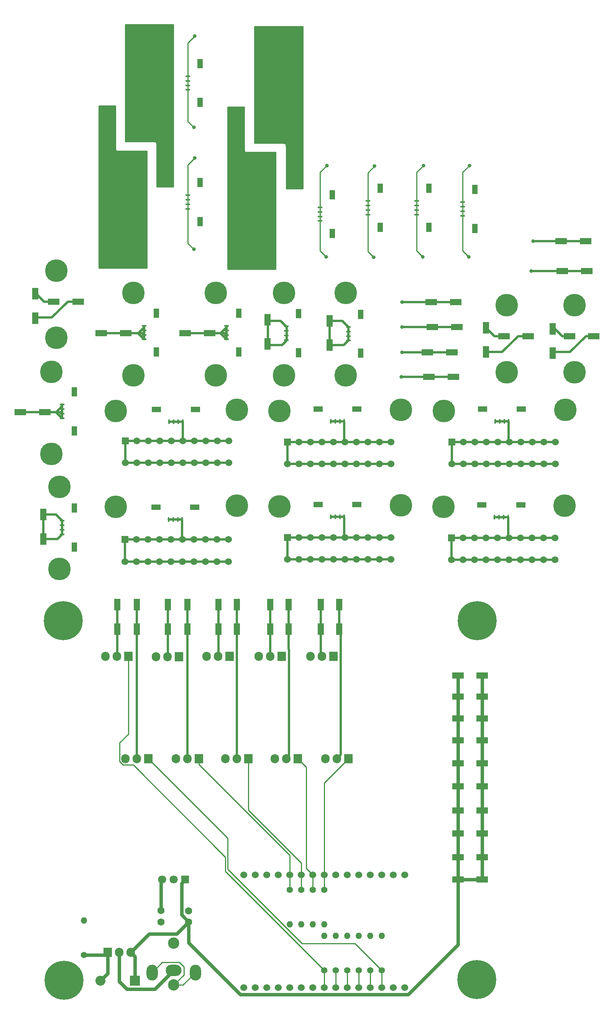
<source format=gbr>
%TF.GenerationSoftware,KiCad,Pcbnew,5.1.7-a382d34a8~88~ubuntu20.04.1*%
%TF.CreationDate,2021-03-09T09:01:26+01:00*%
%TF.ProjectId,narcise,6e617263-6973-4652-9e6b-696361645f70,rev?*%
%TF.SameCoordinates,Original*%
%TF.FileFunction,Copper,L1,Top*%
%TF.FilePolarity,Positive*%
%FSLAX46Y46*%
G04 Gerber Fmt 4.6, Leading zero omitted, Abs format (unit mm)*
G04 Created by KiCad (PCBNEW 5.1.7-a382d34a8~88~ubuntu20.04.1) date 2021-03-09 09:01:26*
%MOMM*%
%LPD*%
G01*
G04 APERTURE LIST*
%TA.AperFunction,ComponentPad*%
%ADD10C,0.800000*%
%TD*%
%TA.AperFunction,ComponentPad*%
%ADD11C,5.000000*%
%TD*%
%TA.AperFunction,ComponentPad*%
%ADD12C,8.600000*%
%TD*%
%TA.AperFunction,ComponentPad*%
%ADD13C,0.900000*%
%TD*%
%TA.AperFunction,SMDPad,CuDef*%
%ADD14R,2.500000X1.400000*%
%TD*%
%TA.AperFunction,SMDPad,CuDef*%
%ADD15R,1.400000X2.500000*%
%TD*%
%TA.AperFunction,SMDPad,CuDef*%
%ADD16R,1.000000X0.400000*%
%TD*%
%TA.AperFunction,SMDPad,CuDef*%
%ADD17R,1.300000X2.000000*%
%TD*%
%TA.AperFunction,ComponentPad*%
%ADD18O,1.400000X1.400000*%
%TD*%
%TA.AperFunction,ComponentPad*%
%ADD19C,1.400000*%
%TD*%
%TA.AperFunction,ComponentPad*%
%ADD20O,1.905000X2.000000*%
%TD*%
%TA.AperFunction,ComponentPad*%
%ADD21R,1.905000X2.000000*%
%TD*%
%TA.AperFunction,SMDPad,CuDef*%
%ADD22R,0.400000X1.000000*%
%TD*%
%TA.AperFunction,SMDPad,CuDef*%
%ADD23R,2.000000X1.300000*%
%TD*%
%TA.AperFunction,ComponentPad*%
%ADD24O,3.500000X2.500000*%
%TD*%
%TA.AperFunction,ComponentPad*%
%ADD25O,2.500000X3.500000*%
%TD*%
%TA.AperFunction,ComponentPad*%
%ADD26C,2.500000*%
%TD*%
%TA.AperFunction,ComponentPad*%
%ADD27C,1.524000*%
%TD*%
%TA.AperFunction,ComponentPad*%
%ADD28R,1.800000X1.800000*%
%TD*%
%TA.AperFunction,ComponentPad*%
%ADD29C,1.800000*%
%TD*%
%TA.AperFunction,ComponentPad*%
%ADD30C,1.600000*%
%TD*%
%TA.AperFunction,ComponentPad*%
%ADD31R,1.524000X1.524000*%
%TD*%
%TA.AperFunction,ComponentPad*%
%ADD32O,2.200000X2.200000*%
%TD*%
%TA.AperFunction,ComponentPad*%
%ADD33R,2.200000X2.200000*%
%TD*%
%TA.AperFunction,ViaPad*%
%ADD34C,0.800000*%
%TD*%
%TA.AperFunction,Conductor*%
%ADD35C,0.750000*%
%TD*%
%TA.AperFunction,Conductor*%
%ADD36C,0.250000*%
%TD*%
%TA.AperFunction,Conductor*%
%ADD37C,0.500000*%
%TD*%
%TA.AperFunction,NonConductor*%
%ADD38C,0.254000*%
%TD*%
%TA.AperFunction,NonConductor*%
%ADD39C,0.100000*%
%TD*%
G04 APERTURE END LIST*
D10*
%TO.P,REF\u002A\u002A,1*%
%TO.N,N/C*%
X153852825Y-245816175D03*
X152527000Y-245267000D03*
X151201175Y-245816175D03*
X150652000Y-247142000D03*
X151201175Y-248467825D03*
X152527000Y-249017000D03*
X153852825Y-248467825D03*
X154402000Y-247142000D03*
D11*
X152527000Y-247142000D03*
%TD*%
%TO.P,REF\u002A\u002A,1*%
%TO.N,N/C*%
X152527000Y-232283000D03*
D10*
X154402000Y-232283000D03*
X153852825Y-233608825D03*
X152527000Y-234158000D03*
X151201175Y-233608825D03*
X150652000Y-232283000D03*
X151201175Y-230957175D03*
X152527000Y-230408000D03*
X153852825Y-230957175D03*
%TD*%
D11*
%TO.P,REF\u002A\u002A,1*%
%TO.N,N/C*%
X38100000Y-239522000D03*
D10*
X39975000Y-239522000D03*
X39425825Y-240847825D03*
X38100000Y-241397000D03*
X36774175Y-240847825D03*
X36225000Y-239522000D03*
X36774175Y-238196175D03*
X38100000Y-237647000D03*
X39425825Y-238196175D03*
%TD*%
%TO.P,REF\u002A\u002A,1*%
%TO.N,N/C*%
X39425825Y-223337175D03*
X38100000Y-222788000D03*
X36774175Y-223337175D03*
X36225000Y-224663000D03*
X36774175Y-225988825D03*
X38100000Y-226538000D03*
X39425825Y-225988825D03*
X39975000Y-224663000D03*
D11*
X38100000Y-224663000D03*
%TD*%
D10*
%TO.P,REF\u002A\u002A,1*%
%TO.N,N/C*%
X138866825Y-245816175D03*
X137541000Y-245267000D03*
X136215175Y-245816175D03*
X135666000Y-247142000D03*
X136215175Y-248467825D03*
X137541000Y-249017000D03*
X138866825Y-248467825D03*
X139416000Y-247142000D03*
D11*
X137541000Y-247142000D03*
%TD*%
%TO.P,REF\u002A\u002A,1*%
%TO.N,N/C*%
X137541000Y-232283000D03*
D10*
X139416000Y-232283000D03*
X138866825Y-233608825D03*
X137541000Y-234158000D03*
X136215175Y-233608825D03*
X135666000Y-232283000D03*
X136215175Y-230957175D03*
X137541000Y-230408000D03*
X138866825Y-230957175D03*
%TD*%
%TO.P,REF\u002A\u002A,1*%
%TO.N,N/C*%
X74604825Y-246451175D03*
X73279000Y-245902000D03*
X71953175Y-246451175D03*
X71404000Y-247777000D03*
X71953175Y-249102825D03*
X73279000Y-249652000D03*
X74604825Y-249102825D03*
X75154000Y-247777000D03*
D11*
X73279000Y-247777000D03*
%TD*%
%TO.P,REF\u002A\u002A,1*%
%TO.N,N/C*%
X73279000Y-229616000D03*
D10*
X75154000Y-229616000D03*
X74604825Y-230941825D03*
X73279000Y-231491000D03*
X71953175Y-230941825D03*
X71404000Y-229616000D03*
X71953175Y-228290175D03*
X73279000Y-227741000D03*
X74604825Y-228290175D03*
%TD*%
D11*
%TO.P,REF\u002A\u002A,1*%
%TO.N,N/C*%
X55118000Y-247777000D03*
D10*
X56993000Y-247777000D03*
X56443825Y-249102825D03*
X55118000Y-249652000D03*
X53792175Y-249102825D03*
X53243000Y-247777000D03*
X53792175Y-246451175D03*
X55118000Y-245902000D03*
X56443825Y-246451175D03*
%TD*%
%TO.P,REF\u002A\u002A,1*%
%TO.N,N/C*%
X56443825Y-228290175D03*
X55118000Y-227741000D03*
X53792175Y-228290175D03*
X53243000Y-229616000D03*
X53792175Y-230941825D03*
X55118000Y-231491000D03*
X56443825Y-230941825D03*
X56993000Y-229616000D03*
D11*
X55118000Y-229616000D03*
%TD*%
%TO.P,REF\u002A\u002A,1*%
%TO.N,N/C*%
X36957000Y-247015000D03*
D10*
X38832000Y-247015000D03*
X38282825Y-248340825D03*
X36957000Y-248890000D03*
X35631175Y-248340825D03*
X35082000Y-247015000D03*
X35631175Y-245689175D03*
X36957000Y-245140000D03*
X38282825Y-245689175D03*
%TD*%
%TO.P,REF\u002A\u002A,1*%
%TO.N,N/C*%
X38282825Y-263850175D03*
X36957000Y-263301000D03*
X35631175Y-263850175D03*
X35082000Y-265176000D03*
X35631175Y-266501825D03*
X36957000Y-267051000D03*
X38282825Y-266501825D03*
X38832000Y-265176000D03*
D11*
X36957000Y-265176000D03*
%TD*%
D10*
%TO.P,REF\u002A\u002A,1*%
%TO.N,N/C*%
X103306825Y-228290175D03*
X101981000Y-227741000D03*
X100655175Y-228290175D03*
X100106000Y-229616000D03*
X100655175Y-230941825D03*
X101981000Y-231491000D03*
X103306825Y-230941825D03*
X103856000Y-229616000D03*
D11*
X101981000Y-229616000D03*
%TD*%
%TO.P,REF\u002A\u002A,1*%
%TO.N,N/C*%
X101981000Y-247777000D03*
D10*
X103856000Y-247777000D03*
X103306825Y-249102825D03*
X101981000Y-249652000D03*
X100655175Y-249102825D03*
X100106000Y-247777000D03*
X100655175Y-246451175D03*
X101981000Y-245902000D03*
X103306825Y-246451175D03*
%TD*%
D11*
%TO.P,REF\u002A\u002A,1*%
%TO.N,N/C*%
X88392000Y-229616000D03*
D10*
X90267000Y-229616000D03*
X89717825Y-230941825D03*
X88392000Y-231491000D03*
X87066175Y-230941825D03*
X86517000Y-229616000D03*
X87066175Y-228290175D03*
X88392000Y-227741000D03*
X89717825Y-228290175D03*
%TD*%
%TO.P,REF\u002A\u002A,1*%
%TO.N,N/C*%
X89717825Y-246451175D03*
X88392000Y-245902000D03*
X87066175Y-246451175D03*
X86517000Y-247777000D03*
X87066175Y-249102825D03*
X88392000Y-249652000D03*
X89717825Y-249102825D03*
X90267000Y-247777000D03*
D11*
X88392000Y-247777000D03*
%TD*%
%TO.P,REF\u002A\u002A,1*%
%TO.N,N/C*%
X38735000Y-290576000D03*
D10*
X40610000Y-290576000D03*
X40060825Y-291901825D03*
X38735000Y-292451000D03*
X37409175Y-291901825D03*
X36860000Y-290576000D03*
X37409175Y-289250175D03*
X38735000Y-288701000D03*
X40060825Y-289250175D03*
%TD*%
%TO.P,REF\u002A\u002A,1*%
%TO.N,N/C*%
X40060825Y-271089175D03*
X38735000Y-270540000D03*
X37409175Y-271089175D03*
X36860000Y-272415000D03*
X37409175Y-273740825D03*
X38735000Y-274290000D03*
X40060825Y-273740825D03*
X40610000Y-272415000D03*
D11*
X38735000Y-272415000D03*
%TD*%
%TO.P,REF\u002A\u002A,1*%
%TO.N,N/C*%
X150368000Y-276606000D03*
D10*
X152243000Y-276606000D03*
X151693825Y-277931825D03*
X150368000Y-278481000D03*
X149042175Y-277931825D03*
X148493000Y-276606000D03*
X149042175Y-275280175D03*
X150368000Y-274731000D03*
X151693825Y-275280175D03*
%TD*%
%TO.P,REF\u002A\u002A,1*%
%TO.N,N/C*%
X124896825Y-275534175D03*
X123571000Y-274985000D03*
X122245175Y-275534175D03*
X121696000Y-276860000D03*
X122245175Y-278185825D03*
X123571000Y-278735000D03*
X124896825Y-278185825D03*
X125446000Y-276860000D03*
D11*
X123571000Y-276860000D03*
%TD*%
%TO.P,REF\u002A\u002A,1*%
%TO.N,N/C*%
X123698000Y-255651000D03*
D10*
X125573000Y-255651000D03*
X125023825Y-256976825D03*
X123698000Y-257526000D03*
X122372175Y-256976825D03*
X121823000Y-255651000D03*
X122372175Y-254325175D03*
X123698000Y-253776000D03*
X125023825Y-254325175D03*
%TD*%
%TO.P,REF\u002A\u002A,1*%
%TO.N,N/C*%
X151820825Y-254071175D03*
X150495000Y-253522000D03*
X149169175Y-254071175D03*
X148620000Y-255397000D03*
X149169175Y-256722825D03*
X150495000Y-257272000D03*
X151820825Y-256722825D03*
X152370000Y-255397000D03*
D11*
X150495000Y-255397000D03*
%TD*%
D10*
%TO.P,REF\u002A\u002A,1*%
%TO.N,N/C*%
X88701825Y-275407175D03*
X87376000Y-274858000D03*
X86050175Y-275407175D03*
X85501000Y-276733000D03*
X86050175Y-278058825D03*
X87376000Y-278608000D03*
X88701825Y-278058825D03*
X89251000Y-276733000D03*
D11*
X87376000Y-276733000D03*
%TD*%
%TO.P,REF\u002A\u002A,1*%
%TO.N,N/C*%
X114173000Y-276479000D03*
D10*
X116048000Y-276479000D03*
X115498825Y-277804825D03*
X114173000Y-278354000D03*
X112847175Y-277804825D03*
X112298000Y-276479000D03*
X112847175Y-275153175D03*
X114173000Y-274604000D03*
X115498825Y-275153175D03*
%TD*%
%TO.P,REF\u002A\u002A,1*%
%TO.N,N/C*%
X115498825Y-254071175D03*
X114173000Y-253522000D03*
X112847175Y-254071175D03*
X112298000Y-255397000D03*
X112847175Y-256722825D03*
X114173000Y-257272000D03*
X115498825Y-256722825D03*
X116048000Y-255397000D03*
D11*
X114173000Y-255397000D03*
%TD*%
%TO.P,REF\u002A\u002A,1*%
%TO.N,N/C*%
X87376000Y-255651000D03*
D10*
X89251000Y-255651000D03*
X88701825Y-256976825D03*
X87376000Y-257526000D03*
X86050175Y-256976825D03*
X85501000Y-255651000D03*
X86050175Y-254325175D03*
X87376000Y-253776000D03*
X88701825Y-254325175D03*
%TD*%
D11*
%TO.P,REF\u002A\u002A,1*%
%TO.N,N/C*%
X77978000Y-255397000D03*
D10*
X79853000Y-255397000D03*
X79303825Y-256722825D03*
X77978000Y-257272000D03*
X76652175Y-256722825D03*
X76103000Y-255397000D03*
X76652175Y-254071175D03*
X77978000Y-253522000D03*
X79303825Y-254071175D03*
%TD*%
%TO.P,REF\u002A\u002A,1*%
%TO.N,N/C*%
X52506825Y-254325175D03*
X51181000Y-253776000D03*
X49855175Y-254325175D03*
X49306000Y-255651000D03*
X49855175Y-256976825D03*
X51181000Y-257526000D03*
X52506825Y-256976825D03*
X53056000Y-255651000D03*
D11*
X51181000Y-255651000D03*
%TD*%
%TO.P,REF\u002A\u002A,1*%
%TO.N,N/C*%
X51181000Y-276860000D03*
D10*
X53056000Y-276860000D03*
X52506825Y-278185825D03*
X51181000Y-278735000D03*
X49855175Y-278185825D03*
X49306000Y-276860000D03*
X49855175Y-275534175D03*
X51181000Y-274985000D03*
X52506825Y-275534175D03*
%TD*%
%TO.P,REF\u002A\u002A,1*%
%TO.N,N/C*%
X79303825Y-275280175D03*
X77978000Y-274731000D03*
X76652175Y-275280175D03*
X76103000Y-276606000D03*
X76652175Y-277931825D03*
X77978000Y-278481000D03*
X79303825Y-277931825D03*
X79853000Y-276606000D03*
D11*
X77978000Y-276606000D03*
%TD*%
D12*
%TO.P,REF\u002A\u002A,1*%
%TO.N,N/C*%
X39624000Y-302006000D03*
D13*
X42849000Y-302006000D03*
X41904419Y-304286419D03*
X39624000Y-305231000D03*
X37343581Y-304286419D03*
X36399000Y-302006000D03*
X37343581Y-299725581D03*
X39624000Y-298781000D03*
X41904419Y-299725581D03*
%TD*%
D12*
%TO.P,REF\u002A\u002A,1*%
%TO.N,N/C*%
X131064000Y-302006000D03*
D13*
X134289000Y-302006000D03*
X133344419Y-304286419D03*
X131064000Y-305231000D03*
X128783581Y-304286419D03*
X127839000Y-302006000D03*
X128783581Y-299725581D03*
X131064000Y-298781000D03*
X133344419Y-299725581D03*
%TD*%
D12*
%TO.P,REF\u002A\u002A,1*%
%TO.N,N/C*%
X130937000Y-381254000D03*
D13*
X134162000Y-381254000D03*
X133217419Y-383534419D03*
X130937000Y-384479000D03*
X128656581Y-383534419D03*
X127712000Y-381254000D03*
X128656581Y-378973581D03*
X130937000Y-378029000D03*
X133217419Y-378973581D03*
%TD*%
%TO.P,REF\u002A\u002A,1*%
%TO.N,N/C*%
X42031419Y-379100581D03*
X39751000Y-378156000D03*
X37470581Y-379100581D03*
X36526000Y-381381000D03*
X37470581Y-383661419D03*
X39751000Y-384606000D03*
X42031419Y-383661419D03*
X42976000Y-381381000D03*
D12*
X39751000Y-381381000D03*
%TD*%
D14*
%TO.P,X19,L1.2*%
%TO.N,+24V*%
X126788000Y-314071000D03*
%TO.P,X19,L1.1*%
X132188000Y-314071000D03*
%TD*%
%TO.P,X38,L1.2*%
%TO.N,Net-(U14-Pad1)*%
X53425000Y-238506000D03*
%TO.P,X38,L1.1*%
X48025000Y-238506000D03*
%TD*%
%TO.P,X37,L1.2*%
%TO.N,Net-(U13-Pad1)*%
X35518000Y-255905000D03*
%TO.P,X37,L1.1*%
X30118000Y-255905000D03*
%TD*%
D15*
%TO.P,X36,L1.2*%
%TO.N,Net-(U12-Pad1)*%
X98425000Y-235754000D03*
%TO.P,X36,L1.1*%
X98425000Y-241154000D03*
%TD*%
D14*
%TO.P,X35,L1.2*%
%TO.N,Net-(X35-PadL1.1)*%
X125434000Y-242697000D03*
%TO.P,X35,L1.1*%
X120034000Y-242697000D03*
%TD*%
%TO.P,X34,L1.2*%
%TO.N,Net-(X34-PadL1.1)*%
X155025000Y-218186000D03*
%TO.P,X34,L1.1*%
X149625000Y-218186000D03*
%TD*%
%TO.P,X33,L1.2*%
%TO.N,Net-(X33-PadL1.1)*%
X125815000Y-248158000D03*
%TO.P,X33,L1.1*%
X120415000Y-248158000D03*
%TD*%
%TO.P,X32,L1.2*%
%TO.N,Net-(U9-Pad1)*%
X71967000Y-238506000D03*
%TO.P,X32,L1.1*%
X66567000Y-238506000D03*
%TD*%
D15*
%TO.P,X31,L1.2*%
%TO.N,Net-(U8-Pad1)*%
X84709000Y-235500000D03*
%TO.P,X31,L1.1*%
X84709000Y-240900000D03*
%TD*%
%TO.P,X30,L1.2*%
%TO.N,Net-(U6-Pad1)*%
X35179000Y-278553000D03*
%TO.P,X30,L1.1*%
X35179000Y-283953000D03*
%TD*%
D14*
%TO.P,X29,L1.2*%
%TO.N,Net-(X29-PadL1.1)*%
X126323000Y-231648000D03*
%TO.P,X29,L1.1*%
X120923000Y-231648000D03*
%TD*%
%TO.P,X28,L1.2*%
%TO.N,Net-(X28-PadL1.1)*%
X155279000Y-224790000D03*
%TO.P,X28,L1.1*%
X149879000Y-224790000D03*
%TD*%
%TO.P,X27,L1.2*%
%TO.N,Net-(X27-PadL1.1)*%
X126577000Y-237109000D03*
%TO.P,X27,L1.1*%
X121177000Y-237109000D03*
%TD*%
D15*
%TO.P,X26,L1.2*%
%TO.N,Net-(X25-PadL1.2)*%
X33401000Y-229785000D03*
%TO.P,X26,L1.1*%
%TO.N,Net-(X25-PadL1.1)*%
X33401000Y-235185000D03*
%TD*%
D14*
%TO.P,X25,L1.2*%
%TO.N,Net-(X25-PadL1.2)*%
X37507000Y-231521000D03*
%TO.P,X25,L1.1*%
%TO.N,Net-(X25-PadL1.1)*%
X42907000Y-231521000D03*
%TD*%
%TO.P,X24,L1.2*%
%TO.N,Net-(X23-PadL1.2)*%
X151426000Y-239141000D03*
%TO.P,X24,L1.1*%
%TO.N,Net-(X23-PadL1.1)*%
X156826000Y-239141000D03*
%TD*%
D15*
%TO.P,X23,L1.2*%
%TO.N,Net-(X23-PadL1.2)*%
X147701000Y-237532000D03*
%TO.P,X23,L1.1*%
%TO.N,Net-(X23-PadL1.1)*%
X147701000Y-242932000D03*
%TD*%
%TO.P,X22,L1.2*%
%TO.N,Net-(X21-PadL1.2)*%
X132969000Y-237278000D03*
%TO.P,X22,L1.1*%
%TO.N,Net-(X21-PadL1.1)*%
X132969000Y-242678000D03*
%TD*%
D14*
%TO.P,X21,L1.2*%
%TO.N,Net-(X21-PadL1.2)*%
X136948000Y-239141000D03*
%TO.P,X21,L1.1*%
%TO.N,Net-(X21-PadL1.1)*%
X142348000Y-239141000D03*
%TD*%
D15*
%TO.P,X20,L1.2*%
%TO.N,Net-(Q11-Pad2)*%
X100584000Y-303869000D03*
%TO.P,X20,L1.1*%
X100584000Y-298469000D03*
%TD*%
%TO.P,X18,L1.2*%
%TO.N,Net-(Q10-Pad2)*%
X89408000Y-303869000D03*
%TO.P,X18,L1.1*%
X89408000Y-298469000D03*
%TD*%
%TO.P,X17,L1.2*%
%TO.N,Net-(Q9-Pad2)*%
X77978000Y-303869000D03*
%TO.P,X17,L1.1*%
X77978000Y-298469000D03*
%TD*%
%TO.P,X16,L1.2*%
%TO.N,Net-(Q8-Pad2)*%
X67056000Y-303869000D03*
%TO.P,X16,L1.1*%
X67056000Y-298469000D03*
%TD*%
D14*
%TO.P,X15,L1.2*%
%TO.N,+24V*%
X126788000Y-318770000D03*
%TO.P,X15,L1.1*%
X132188000Y-318770000D03*
%TD*%
%TO.P,X14,L1.2*%
%TO.N,+24V*%
X126788000Y-323596000D03*
%TO.P,X14,L1.1*%
X132188000Y-323596000D03*
%TD*%
%TO.P,X13,L1.2*%
%TO.N,+24V*%
X126788000Y-328422000D03*
%TO.P,X13,L1.1*%
X132188000Y-328422000D03*
%TD*%
D15*
%TO.P,X12,L1.2*%
%TO.N,Net-(Q7-Pad2)*%
X55880000Y-303869000D03*
%TO.P,X12,L1.1*%
X55880000Y-298469000D03*
%TD*%
%TO.P,X11,L1.2*%
%TO.N,Net-(Q5-Pad2)*%
X96520000Y-303869000D03*
%TO.P,X11,L1.1*%
X96520000Y-298469000D03*
%TD*%
%TO.P,X10,L1.2*%
%TO.N,Net-(Q4-Pad2)*%
X85344000Y-303869000D03*
%TO.P,X10,L1.1*%
X85344000Y-298469000D03*
%TD*%
D14*
%TO.P,X9,L1.2*%
%TO.N,+24V*%
X126788000Y-359156000D03*
%TO.P,X9,L1.1*%
X132188000Y-359156000D03*
%TD*%
%TO.P,X8,L1.2*%
%TO.N,+24V*%
X126788000Y-333502000D03*
%TO.P,X8,L1.1*%
X132188000Y-333502000D03*
%TD*%
%TO.P,X7,L1.2*%
%TO.N,+24V*%
X126788000Y-338582000D03*
%TO.P,X7,L1.1*%
X132188000Y-338582000D03*
%TD*%
D15*
%TO.P,X6,L1.2*%
%TO.N,Net-(Q1-Pad2)*%
X51562000Y-303869000D03*
%TO.P,X6,L1.1*%
X51562000Y-298469000D03*
%TD*%
%TO.P,X5,L1.2*%
%TO.N,Net-(Q3-Pad2)*%
X73914000Y-303869000D03*
%TO.P,X5,L1.1*%
X73914000Y-298469000D03*
%TD*%
%TO.P,X4,L1.2*%
%TO.N,Net-(Q2-Pad2)*%
X62738000Y-303869000D03*
%TO.P,X4,L1.1*%
X62738000Y-298469000D03*
%TD*%
D14*
%TO.P,X3,L1.2*%
%TO.N,+24V*%
X126788000Y-354203000D03*
%TO.P,X3,L1.1*%
X132188000Y-354203000D03*
%TD*%
%TO.P,X2,L1.2*%
%TO.N,+24V*%
X126788000Y-343916000D03*
%TO.P,X2,L1.1*%
X132188000Y-343916000D03*
%TD*%
%TO.P,X1,L1.2*%
%TO.N,+24V*%
X126788000Y-348996000D03*
%TO.P,X1,L1.1*%
X132188000Y-348996000D03*
%TD*%
D16*
%TO.P,U14,4*%
%TO.N,Net-(U14-Pad1)*%
X57510000Y-236879000D03*
%TO.P,U14,3*%
X57510000Y-237879000D03*
%TO.P,U14,2*%
X57510000Y-238879000D03*
%TO.P,U14,1*%
X57510000Y-239879000D03*
D17*
%TO.P,U14,MP*%
%TO.N,N/C*%
X60210000Y-234079000D03*
X60210000Y-242679000D03*
%TD*%
D16*
%TO.P,U13,4*%
%TO.N,Net-(U13-Pad1)*%
X39349000Y-254278000D03*
%TO.P,U13,3*%
X39349000Y-255278000D03*
%TO.P,U13,2*%
X39349000Y-256278000D03*
%TO.P,U13,1*%
X39349000Y-257278000D03*
D17*
%TO.P,U13,MP*%
%TO.N,N/C*%
X42049000Y-251478000D03*
X42049000Y-260078000D03*
%TD*%
D16*
%TO.P,U12,4*%
%TO.N,Net-(U12-Pad1)*%
X102595000Y-237133000D03*
%TO.P,U12,3*%
X102595000Y-238133000D03*
%TO.P,U12,2*%
X102595000Y-239133000D03*
%TO.P,U12,1*%
X102595000Y-240133000D03*
D17*
%TO.P,U12,MP*%
%TO.N,N/C*%
X105295000Y-234333000D03*
X105295000Y-242933000D03*
%TD*%
D16*
%TO.P,U9,4*%
%TO.N,Net-(U9-Pad1)*%
X75671000Y-236879000D03*
%TO.P,U9,3*%
X75671000Y-237879000D03*
%TO.P,U9,2*%
X75671000Y-238879000D03*
%TO.P,U9,1*%
X75671000Y-239879000D03*
D17*
%TO.P,U9,MP*%
%TO.N,N/C*%
X78371000Y-234079000D03*
X78371000Y-242679000D03*
%TD*%
D16*
%TO.P,U8,4*%
%TO.N,Net-(U8-Pad1)*%
X88879000Y-237006000D03*
%TO.P,U8,3*%
X88879000Y-238006000D03*
%TO.P,U8,2*%
X88879000Y-239006000D03*
%TO.P,U8,1*%
X88879000Y-240006000D03*
D17*
%TO.P,U8,MP*%
%TO.N,N/C*%
X91579000Y-234206000D03*
X91579000Y-242806000D03*
%TD*%
D16*
%TO.P,U6,4*%
%TO.N,Net-(U6-Pad1)*%
X39349000Y-279932000D03*
%TO.P,U6,3*%
X39349000Y-280932000D03*
%TO.P,U6,2*%
X39349000Y-281932000D03*
%TO.P,U6,1*%
X39349000Y-282932000D03*
D17*
%TO.P,U6,MP*%
%TO.N,N/C*%
X42049000Y-277132000D03*
X42049000Y-285732000D03*
%TD*%
D16*
%TO.P,U5,4*%
%TO.N,Net-(U5-Pad1)*%
X96372000Y-210717000D03*
%TO.P,U5,3*%
X96372000Y-211717000D03*
%TO.P,U5,2*%
X96372000Y-212717000D03*
%TO.P,U5,1*%
X96372000Y-213717000D03*
D17*
%TO.P,U5,MP*%
%TO.N,N/C*%
X99072000Y-207917000D03*
X99072000Y-216517000D03*
%TD*%
D16*
%TO.P,U4,4*%
%TO.N,Net-(U4-Pad1)*%
X106913000Y-209320000D03*
%TO.P,U4,3*%
X106913000Y-210320000D03*
%TO.P,U4,2*%
X106913000Y-211320000D03*
%TO.P,U4,1*%
X106913000Y-212320000D03*
D17*
%TO.P,U4,MP*%
%TO.N,N/C*%
X109613000Y-206520000D03*
X109613000Y-215120000D03*
%TD*%
D16*
%TO.P,U3,4*%
%TO.N,Net-(U3-Pad1)*%
X127868000Y-209574000D03*
%TO.P,U3,3*%
X127868000Y-210574000D03*
%TO.P,U3,2*%
X127868000Y-211574000D03*
%TO.P,U3,1*%
X127868000Y-212574000D03*
D17*
%TO.P,U3,MP*%
%TO.N,N/C*%
X130568000Y-206774000D03*
X130568000Y-215374000D03*
%TD*%
D16*
%TO.P,U2,4*%
%TO.N,Net-(U2-Pad1)*%
X67162000Y-208050000D03*
%TO.P,U2,3*%
X67162000Y-209050000D03*
%TO.P,U2,2*%
X67162000Y-210050000D03*
%TO.P,U2,1*%
X67162000Y-211050000D03*
D17*
%TO.P,U2,MP*%
%TO.N,N/C*%
X69862000Y-205250000D03*
X69862000Y-213850000D03*
%TD*%
D18*
%TO.P,R11,2*%
%TO.N,POWER-IN-*%
X97282000Y-369062000D03*
D19*
%TO.P,R11,1*%
%TO.N,sheet10*%
X97282000Y-361442000D03*
%TD*%
D18*
%TO.P,R10,2*%
%TO.N,POWER-IN-*%
X94742000Y-369062000D03*
D19*
%TO.P,R10,1*%
%TO.N,sheet9*%
X94742000Y-361442000D03*
%TD*%
D18*
%TO.P,R9,2*%
%TO.N,POWER-IN-*%
X92202000Y-369062000D03*
D19*
%TO.P,R9,1*%
%TO.N,sheet8*%
X92202000Y-361442000D03*
%TD*%
D18*
%TO.P,R8,2*%
%TO.N,POWER-IN-*%
X89662000Y-369062000D03*
D19*
%TO.P,R8,1*%
%TO.N,sheet7*%
X89662000Y-361442000D03*
%TD*%
D18*
%TO.P,R7,2*%
%TO.N,POWER-IN-*%
X109982000Y-371602000D03*
D19*
%TO.P,R7,1*%
%TO.N,sheet6*%
X109982000Y-379222000D03*
%TD*%
D18*
%TO.P,R5,2*%
%TO.N,POWER-IN-*%
X107442000Y-371602000D03*
D19*
%TO.P,R5,1*%
%TO.N,sheet5*%
X107442000Y-379222000D03*
%TD*%
D18*
%TO.P,R4,2*%
%TO.N,POWER-IN-*%
X104902000Y-371602000D03*
D19*
%TO.P,R4,1*%
%TO.N,sheet4*%
X104902000Y-379222000D03*
%TD*%
D18*
%TO.P,R3,2*%
%TO.N,POWER-IN-*%
X102362000Y-371602000D03*
D19*
%TO.P,R3,1*%
%TO.N,sheet3*%
X102362000Y-379222000D03*
%TD*%
D18*
%TO.P,R2,2*%
%TO.N,POWER-IN-*%
X99822000Y-371602000D03*
D19*
%TO.P,R2,1*%
%TO.N,sheet2*%
X99822000Y-379222000D03*
%TD*%
D20*
%TO.P,Q11,3*%
%TO.N,POWER-IN-*%
X97536000Y-332486000D03*
%TO.P,Q11,2*%
%TO.N,Net-(Q11-Pad2)*%
X100076000Y-332486000D03*
D21*
%TO.P,Q11,1*%
%TO.N,sheet10*%
X102616000Y-332486000D03*
%TD*%
D20*
%TO.P,Q10,3*%
%TO.N,POWER-IN-*%
X86360000Y-332486000D03*
%TO.P,Q10,2*%
%TO.N,Net-(Q10-Pad2)*%
X88900000Y-332486000D03*
D21*
%TO.P,Q10,1*%
%TO.N,sheet9*%
X91440000Y-332486000D03*
%TD*%
D20*
%TO.P,Q9,3*%
%TO.N,POWER-IN-*%
X75438000Y-332486000D03*
%TO.P,Q9,2*%
%TO.N,Net-(Q9-Pad2)*%
X77978000Y-332486000D03*
D21*
%TO.P,Q9,1*%
%TO.N,sheet8*%
X80518000Y-332486000D03*
%TD*%
D20*
%TO.P,Q8,3*%
%TO.N,POWER-IN-*%
X64516000Y-332486000D03*
%TO.P,Q8,2*%
%TO.N,Net-(Q8-Pad2)*%
X67056000Y-332486000D03*
D21*
%TO.P,Q8,1*%
%TO.N,sheet7*%
X69596000Y-332486000D03*
%TD*%
D20*
%TO.P,Q7,3*%
%TO.N,POWER-IN-*%
X53340000Y-332486000D03*
%TO.P,Q7,2*%
%TO.N,Net-(Q7-Pad2)*%
X55880000Y-332486000D03*
D21*
%TO.P,Q7,1*%
%TO.N,sheet6*%
X58420000Y-332486000D03*
%TD*%
D20*
%TO.P,Q5,3*%
%TO.N,POWER-IN-*%
X94234000Y-309880000D03*
%TO.P,Q5,2*%
%TO.N,Net-(Q5-Pad2)*%
X96774000Y-309880000D03*
D21*
%TO.P,Q5,1*%
%TO.N,sheet5*%
X99314000Y-309880000D03*
%TD*%
D20*
%TO.P,Q4,3*%
%TO.N,POWER-IN-*%
X82804000Y-309880000D03*
%TO.P,Q4,2*%
%TO.N,Net-(Q4-Pad2)*%
X85344000Y-309880000D03*
D21*
%TO.P,Q4,1*%
%TO.N,sheet4*%
X87884000Y-309880000D03*
%TD*%
D20*
%TO.P,Q3,3*%
%TO.N,POWER-IN-*%
X71263000Y-309881000D03*
%TO.P,Q3,2*%
%TO.N,Net-(Q3-Pad2)*%
X73803000Y-309881000D03*
D21*
%TO.P,Q3,1*%
%TO.N,sheet3*%
X76343000Y-309881000D03*
%TD*%
D20*
%TO.P,Q2,3*%
%TO.N,POWER-IN-*%
X60124000Y-309939000D03*
%TO.P,Q2,2*%
%TO.N,Net-(Q2-Pad2)*%
X62664000Y-309939000D03*
D21*
%TO.P,Q2,1*%
%TO.N,sheet2*%
X65204000Y-309939000D03*
%TD*%
D22*
%TO.P,U35,4*%
%TO.N,Net-(J6-Pad1)*%
X98703000Y-279040000D03*
%TO.P,U35,3*%
X99703000Y-279040000D03*
%TO.P,U35,2*%
X100703000Y-279040000D03*
%TO.P,U35,1*%
X101703000Y-279040000D03*
D23*
%TO.P,U35,MP*%
%TO.N,N/C*%
X95903000Y-276340000D03*
X104503000Y-276340000D03*
%TD*%
D22*
%TO.P,U30,4*%
%TO.N,Net-(J8-Pad1)*%
X63016000Y-258085000D03*
%TO.P,U30,3*%
X64016000Y-258085000D03*
%TO.P,U30,2*%
X65016000Y-258085000D03*
%TO.P,U30,1*%
X66016000Y-258085000D03*
D23*
%TO.P,U30,MP*%
%TO.N,N/C*%
X60216000Y-255385000D03*
X68816000Y-255385000D03*
%TD*%
D22*
%TO.P,U29,4*%
%TO.N,Net-(J7-Pad1)*%
X98703000Y-257958000D03*
%TO.P,U29,3*%
X99703000Y-257958000D03*
%TO.P,U29,2*%
X100703000Y-257958000D03*
%TO.P,U29,1*%
X101703000Y-257958000D03*
D23*
%TO.P,U29,MP*%
%TO.N,N/C*%
X95903000Y-255258000D03*
X104503000Y-255258000D03*
%TD*%
D22*
%TO.P,U26,4*%
%TO.N,Net-(J3-Pad1)*%
X135025000Y-257958000D03*
%TO.P,U26,3*%
X136025000Y-257958000D03*
%TO.P,U26,2*%
X137025000Y-257958000D03*
%TO.P,U26,1*%
X138025000Y-257958000D03*
D23*
%TO.P,U26,MP*%
%TO.N,N/C*%
X132225000Y-255258000D03*
X140825000Y-255258000D03*
%TD*%
D22*
%TO.P,U25,4*%
%TO.N,Net-(J1-Pad1)*%
X62889000Y-279675000D03*
%TO.P,U25,3*%
X63889000Y-279675000D03*
%TO.P,U25,2*%
X64889000Y-279675000D03*
%TO.P,U25,1*%
X65889000Y-279675000D03*
D23*
%TO.P,U25,MP*%
%TO.N,N/C*%
X60089000Y-276975000D03*
X68689000Y-276975000D03*
%TD*%
D22*
%TO.P,U24,4*%
%TO.N,Net-(J2-Pad1)*%
X134898000Y-279167000D03*
%TO.P,U24,3*%
X135898000Y-279167000D03*
%TO.P,U24,2*%
X136898000Y-279167000D03*
%TO.P,U24,1*%
X137898000Y-279167000D03*
D23*
%TO.P,U24,MP*%
%TO.N,N/C*%
X132098000Y-276467000D03*
X140698000Y-276467000D03*
%TD*%
D24*
%TO.P,U21,1*%
%TO.N,POWER-IN+*%
X64008000Y-379222000D03*
D25*
%TO.P,U21,0*%
%TO.N,Net-(U21-Pad0)*%
X59208000Y-379722000D03*
X68808000Y-379722000D03*
D26*
%TO.P,U21,2*%
%TO.N,POWER-IN-*%
X64008000Y-373222000D03*
%TO.P,U21,0*%
%TO.N,Net-(U21-Pad0)*%
X64008000Y-382472000D03*
%TD*%
D27*
%TO.P,U11,30*%
%TO.N,Net-(U11-Pad30)*%
X79502000Y-358140000D03*
%TO.P,U11,29*%
%TO.N,Net-(U11-Pad29)*%
X82042000Y-358140000D03*
%TO.P,U11,28*%
%TO.N,Net-(U11-Pad28)*%
X84582000Y-358140000D03*
%TO.P,U11,27*%
%TO.N,Net-(U11-Pad27)*%
X87122000Y-358140000D03*
%TO.P,U11,26*%
%TO.N,sheet7*%
X89662000Y-358140000D03*
%TO.P,U11,25*%
%TO.N,sheet8*%
X92202000Y-358140000D03*
%TO.P,U11,24*%
%TO.N,sheet9*%
X94742000Y-358140000D03*
%TO.P,U11,23*%
%TO.N,sheet10*%
X97282000Y-358140000D03*
%TO.P,U11,22*%
%TO.N,Net-(U11-Pad22)*%
X99822000Y-358140000D03*
%TO.P,U11,21*%
%TO.N,Net-(U11-Pad21)*%
X102362000Y-358140000D03*
%TO.P,U11,20*%
%TO.N,Net-(U11-Pad20)*%
X104902000Y-358140000D03*
%TO.P,U11,19*%
%TO.N,Net-(U11-Pad19)*%
X107442000Y-358140000D03*
%TO.P,U11,18*%
%TO.N,Net-(U11-Pad18)*%
X109982000Y-358140000D03*
%TO.P,U11,17*%
%TO.N,POWER-IN-*%
X112522000Y-358140000D03*
%TO.P,U11,16*%
%TO.N,Net-(U11-Pad16)*%
X115062000Y-358140000D03*
%TO.P,U11,15*%
%TO.N,+5V*%
X115062000Y-383032000D03*
%TO.P,U11,14*%
%TO.N,POWER-IN-*%
X112522000Y-383032000D03*
X112522000Y-383032000D03*
%TO.P,U11,13*%
%TO.N,sheet6*%
X109982000Y-383032000D03*
%TO.P,U11,12*%
%TO.N,sheet5*%
X107442000Y-383032000D03*
%TO.P,U11,11*%
%TO.N,sheet4*%
X104902000Y-383032000D03*
%TO.P,U11,10*%
%TO.N,sheet3*%
X102362000Y-383032000D03*
%TO.P,U11,9*%
%TO.N,sheet2*%
X99822000Y-383032000D03*
%TO.P,U11,8*%
%TO.N,sheet1*%
X97282000Y-383032000D03*
%TO.P,U11,7*%
%TO.N,Net-(U11-Pad7)*%
X94742000Y-383032000D03*
%TO.P,U11,6*%
%TO.N,Net-(U11-Pad6)*%
X92202000Y-383032000D03*
%TO.P,U11,5*%
%TO.N,Net-(U11-Pad5)*%
X89662000Y-383032000D03*
%TO.P,U11,4*%
%TO.N,Net-(U11-Pad4)*%
X87122000Y-383032000D03*
%TO.P,U11,3*%
%TO.N,Net-(U11-Pad3)*%
X84582000Y-383032000D03*
%TO.P,U11,2*%
%TO.N,Net-(U11-Pad2)*%
X82042000Y-383032000D03*
%TO.P,U11,1*%
%TO.N,Net-(U11-Pad1)*%
X79502000Y-383032000D03*
%TD*%
D28*
%TO.P,U10,1*%
%TO.N,+24V*%
X66548000Y-359156000D03*
D29*
%TO.P,U10,2*%
%TO.N,POWER-IN-*%
X64008000Y-359156000D03*
%TO.P,U10,3*%
%TO.N,+5V*%
X61468000Y-359156000D03*
%TD*%
D16*
%TO.P,U7,4*%
%TO.N,Net-(U7-Pad1)*%
X67162000Y-181761000D03*
%TO.P,U7,3*%
X67162000Y-182761000D03*
%TO.P,U7,2*%
X67162000Y-183761000D03*
%TO.P,U7,1*%
X67162000Y-184761000D03*
D17*
%TO.P,U7,MP*%
%TO.N,N/C*%
X69862000Y-178961000D03*
X69862000Y-187561000D03*
%TD*%
D16*
%TO.P,U1,4*%
%TO.N,Net-(U1-Pad1)*%
X117708000Y-209320000D03*
%TO.P,U1,3*%
X117708000Y-210320000D03*
%TO.P,U1,2*%
X117708000Y-211320000D03*
%TO.P,U1,1*%
X117708000Y-212320000D03*
D17*
%TO.P,U1,MP*%
%TO.N,N/C*%
X120408000Y-206520000D03*
X120408000Y-215120000D03*
%TD*%
D18*
%TO.P,R6,2*%
%TO.N,POWER-IN-*%
X44196000Y-368173000D03*
D19*
%TO.P,R6,1*%
%TO.N,Net-(D1-Pad2)*%
X44196000Y-375793000D03*
%TD*%
D18*
%TO.P,R1,2*%
%TO.N,POWER-IN-*%
X97282000Y-371602000D03*
D19*
%TO.P,R1,1*%
%TO.N,sheet1*%
X97282000Y-379222000D03*
%TD*%
D20*
%TO.P,Q6,3*%
%TO.N,+24V*%
X54484000Y-375259000D03*
%TO.P,Q6,2*%
%TO.N,POWER-IN+*%
X51944000Y-375259000D03*
D21*
%TO.P,Q6,1*%
%TO.N,Net-(D1-Pad2)*%
X49404000Y-375259000D03*
%TD*%
D20*
%TO.P,Q1,3*%
%TO.N,POWER-IN-*%
X48881000Y-309835000D03*
%TO.P,Q1,2*%
%TO.N,Net-(Q1-Pad2)*%
X51421000Y-309835000D03*
D21*
%TO.P,Q1,1*%
%TO.N,sheet1*%
X53961000Y-309835000D03*
%TD*%
D30*
%TO.P,Murata-Ceramic-Capacitor-50v1-22uF2,2*%
%TO.N,POWER-IN-*%
X61214000Y-368514000D03*
%TO.P,Murata-Ceramic-Capacitor-50v1-22uF2,1*%
%TO.N,+5V*%
X61214000Y-366014000D03*
%TD*%
%TO.P,Murata-Ceramic-Capacitor-50v1-22uF1,2*%
%TO.N,POWER-IN-*%
X67310000Y-366054000D03*
%TO.P,Murata-Ceramic-Capacitor-50v1-22uF1,1*%
%TO.N,+24V*%
X67310000Y-368554000D03*
%TD*%
D27*
%TO.P,J8,20*%
%TO.N,Net-(J8-Pad1)*%
X76200000Y-267106400D03*
%TO.P,J8,19*%
X76200000Y-262255000D03*
%TO.P,J8,18*%
X73660000Y-267106400D03*
%TO.P,J8,17*%
X73660000Y-262255000D03*
%TO.P,J8,16*%
X71120000Y-267106400D03*
%TO.P,J8,15*%
X71120000Y-262255000D03*
%TO.P,J8,14*%
X68580000Y-267106400D03*
%TO.P,J8,13*%
X68580000Y-262255000D03*
%TO.P,J8,12*%
X66040000Y-267106400D03*
%TO.P,J8,11*%
X66040000Y-262255000D03*
%TO.P,J8,10*%
X63500000Y-267106400D03*
%TO.P,J8,9*%
X63500000Y-262255000D03*
%TO.P,J8,8*%
X60960000Y-267106400D03*
%TO.P,J8,7*%
X60960000Y-262255000D03*
%TO.P,J8,6*%
X58420000Y-267106400D03*
%TO.P,J8,5*%
X58420000Y-262255000D03*
%TO.P,J8,4*%
X55880000Y-267106400D03*
%TO.P,J8,3*%
X55880000Y-262255000D03*
%TO.P,J8,2*%
X53340000Y-267106400D03*
D31*
%TO.P,J8,1*%
X53340000Y-262255000D03*
%TD*%
D27*
%TO.P,J7,20*%
%TO.N,Net-(J7-Pad1)*%
X112014000Y-267360400D03*
%TO.P,J7,19*%
X112014000Y-262509000D03*
%TO.P,J7,18*%
X109474000Y-267360400D03*
%TO.P,J7,17*%
X109474000Y-262509000D03*
%TO.P,J7,16*%
X106934000Y-267360400D03*
%TO.P,J7,15*%
X106934000Y-262509000D03*
%TO.P,J7,14*%
X104394000Y-267360400D03*
%TO.P,J7,13*%
X104394000Y-262509000D03*
%TO.P,J7,12*%
X101854000Y-267360400D03*
%TO.P,J7,11*%
X101854000Y-262509000D03*
%TO.P,J7,10*%
X99314000Y-267360400D03*
%TO.P,J7,9*%
X99314000Y-262509000D03*
%TO.P,J7,8*%
X96774000Y-267360400D03*
%TO.P,J7,7*%
X96774000Y-262509000D03*
%TO.P,J7,6*%
X94234000Y-267360400D03*
%TO.P,J7,5*%
X94234000Y-262509000D03*
%TO.P,J7,4*%
X91694000Y-267360400D03*
%TO.P,J7,3*%
X91694000Y-262509000D03*
%TO.P,J7,2*%
X89154000Y-267360400D03*
D31*
%TO.P,J7,1*%
X89154000Y-262509000D03*
%TD*%
D27*
%TO.P,J6,20*%
%TO.N,Net-(J6-Pad1)*%
X112014000Y-288442400D03*
%TO.P,J6,19*%
X112014000Y-283591000D03*
%TO.P,J6,18*%
X109474000Y-288442400D03*
%TO.P,J6,17*%
X109474000Y-283591000D03*
%TO.P,J6,16*%
X106934000Y-288442400D03*
%TO.P,J6,15*%
X106934000Y-283591000D03*
%TO.P,J6,14*%
X104394000Y-288442400D03*
%TO.P,J6,13*%
X104394000Y-283591000D03*
%TO.P,J6,12*%
X101854000Y-288442400D03*
%TO.P,J6,11*%
X101854000Y-283591000D03*
%TO.P,J6,10*%
X99314000Y-288442400D03*
%TO.P,J6,9*%
X99314000Y-283591000D03*
%TO.P,J6,8*%
X96774000Y-288442400D03*
%TO.P,J6,7*%
X96774000Y-283591000D03*
%TO.P,J6,6*%
X94234000Y-288442400D03*
%TO.P,J6,5*%
X94234000Y-283591000D03*
%TO.P,J6,4*%
X91694000Y-288442400D03*
%TO.P,J6,3*%
X91694000Y-283591000D03*
%TO.P,J6,2*%
X89154000Y-288442400D03*
D31*
%TO.P,J6,1*%
X89154000Y-283591000D03*
%TD*%
D27*
%TO.P,J3,20*%
%TO.N,Net-(J3-Pad1)*%
X148336000Y-267360400D03*
%TO.P,J3,19*%
X148336000Y-262509000D03*
%TO.P,J3,18*%
X145796000Y-267360400D03*
%TO.P,J3,17*%
X145796000Y-262509000D03*
%TO.P,J3,16*%
X143256000Y-267360400D03*
%TO.P,J3,15*%
X143256000Y-262509000D03*
%TO.P,J3,14*%
X140716000Y-267360400D03*
%TO.P,J3,13*%
X140716000Y-262509000D03*
%TO.P,J3,12*%
X138176000Y-267360400D03*
%TO.P,J3,11*%
X138176000Y-262509000D03*
%TO.P,J3,10*%
X135636000Y-267360400D03*
%TO.P,J3,9*%
X135636000Y-262509000D03*
%TO.P,J3,8*%
X133096000Y-267360400D03*
%TO.P,J3,7*%
X133096000Y-262509000D03*
%TO.P,J3,6*%
X130556000Y-267360400D03*
%TO.P,J3,5*%
X130556000Y-262509000D03*
%TO.P,J3,4*%
X128016000Y-267360400D03*
%TO.P,J3,3*%
X128016000Y-262509000D03*
%TO.P,J3,2*%
X125476000Y-267360400D03*
D31*
%TO.P,J3,1*%
X125476000Y-262509000D03*
%TD*%
D27*
%TO.P,J2,20*%
%TO.N,Net-(J2-Pad1)*%
X148209000Y-288569400D03*
%TO.P,J2,19*%
X148209000Y-283718000D03*
%TO.P,J2,18*%
X145669000Y-288569400D03*
%TO.P,J2,17*%
X145669000Y-283718000D03*
%TO.P,J2,16*%
X143129000Y-288569400D03*
%TO.P,J2,15*%
X143129000Y-283718000D03*
%TO.P,J2,14*%
X140589000Y-288569400D03*
%TO.P,J2,13*%
X140589000Y-283718000D03*
%TO.P,J2,12*%
X138049000Y-288569400D03*
%TO.P,J2,11*%
X138049000Y-283718000D03*
%TO.P,J2,10*%
X135509000Y-288569400D03*
%TO.P,J2,9*%
X135509000Y-283718000D03*
%TO.P,J2,8*%
X132969000Y-288569400D03*
%TO.P,J2,7*%
X132969000Y-283718000D03*
%TO.P,J2,6*%
X130429000Y-288569400D03*
%TO.P,J2,5*%
X130429000Y-283718000D03*
%TO.P,J2,4*%
X127889000Y-288569400D03*
%TO.P,J2,3*%
X127889000Y-283718000D03*
%TO.P,J2,2*%
X125349000Y-288569400D03*
D31*
%TO.P,J2,1*%
X125349000Y-283718000D03*
%TD*%
D27*
%TO.P,J1,20*%
%TO.N,Net-(J1-Pad1)*%
X76073000Y-288925000D03*
%TO.P,J1,19*%
X76073000Y-284073600D03*
%TO.P,J1,18*%
X73533000Y-288925000D03*
%TO.P,J1,17*%
X73533000Y-284073600D03*
%TO.P,J1,16*%
X70993000Y-288925000D03*
%TO.P,J1,15*%
X70993000Y-284073600D03*
%TO.P,J1,14*%
X68453000Y-288925000D03*
%TO.P,J1,13*%
X68453000Y-284073600D03*
%TO.P,J1,12*%
X65913000Y-288925000D03*
%TO.P,J1,11*%
X65913000Y-284073600D03*
%TO.P,J1,10*%
X63373000Y-288925000D03*
%TO.P,J1,9*%
X63373000Y-284073600D03*
%TO.P,J1,8*%
X60833000Y-288925000D03*
%TO.P,J1,7*%
X60833000Y-284073600D03*
%TO.P,J1,6*%
X58293000Y-288925000D03*
%TO.P,J1,5*%
X58293000Y-284073600D03*
%TO.P,J1,4*%
X55753000Y-288925000D03*
%TO.P,J1,3*%
X55753000Y-284073600D03*
%TO.P,J1,2*%
X53213000Y-288925000D03*
D31*
%TO.P,J1,1*%
X53213000Y-284073600D03*
%TD*%
D32*
%TO.P,D1,2*%
%TO.N,Net-(D1-Pad2)*%
X47784000Y-381508000D03*
D33*
%TO.P,D1,1*%
%TO.N,+24V*%
X55404000Y-381508000D03*
%TD*%
D34*
%TO.N,Net-(U1-Pad1)*%
X118999000Y-221615000D03*
X119189500Y-201485500D03*
%TO.N,Net-(U2-Pad1)*%
X68453000Y-219964000D03*
X68643500Y-199834500D03*
%TO.N,Net-(U3-Pad1)*%
X129159000Y-221615000D03*
X129349500Y-201485500D03*
%TO.N,Net-(U7-Pad1)*%
X68453000Y-193040000D03*
X68643500Y-172910500D03*
%TO.N,Net-(U4-Pad1)*%
X108204000Y-221742000D03*
X108394500Y-201612500D03*
%TO.N,Net-(U5-Pad1)*%
X97663000Y-221615000D03*
X97853500Y-201485500D03*
%TO.N,Net-(X27-PadL1.1)*%
X114427000Y-237109000D03*
%TO.N,Net-(X28-PadL1.1)*%
X143002000Y-224790000D03*
%TO.N,Net-(X29-PadL1.1)*%
X114427000Y-231648000D03*
%TO.N,Net-(X33-PadL1.1)*%
X114300000Y-248158000D03*
%TO.N,Net-(X34-PadL1.1)*%
X143383000Y-218186000D03*
%TO.N,Net-(X35-PadL1.1)*%
X114427000Y-242697000D03*
%TD*%
D35*
%TO.N,Net-(D1-Pad2)*%
X48870000Y-375793000D02*
X49404000Y-375259000D01*
X44196000Y-375793000D02*
X48870000Y-375793000D01*
X49404000Y-379888000D02*
X47784000Y-381508000D01*
X49404000Y-375259000D02*
X49404000Y-379888000D01*
%TO.N,+24V*%
X55404000Y-376179000D02*
X54484000Y-375259000D01*
X55404000Y-381508000D02*
X55404000Y-376179000D01*
X64667001Y-371196999D02*
X67310000Y-368554000D01*
X58546001Y-371196999D02*
X64667001Y-371196999D01*
X54484000Y-375259000D02*
X58546001Y-371196999D01*
X65734999Y-366978999D02*
X67310000Y-368554000D01*
X65734999Y-359969001D02*
X65734999Y-366978999D01*
X66548000Y-359156000D02*
X65734999Y-359969001D01*
X126788000Y-373580762D02*
X126788000Y-359156000D01*
X115799761Y-384569001D02*
X126788000Y-373580762D01*
X78764239Y-384569001D02*
X115799761Y-384569001D01*
X67310000Y-373114762D02*
X78764239Y-384569001D01*
X67310000Y-368554000D02*
X67310000Y-373114762D01*
X126788000Y-359156000D02*
X132188000Y-359156000D01*
X132188000Y-359156000D02*
X132188000Y-314071000D01*
X126788000Y-314071000D02*
X126788000Y-359156000D01*
D36*
%TO.N,Net-(J1-Pad1)*%
X65913000Y-279699000D02*
X65889000Y-279675000D01*
D37*
X62889000Y-279675000D02*
X65889000Y-279675000D01*
X65889000Y-284049600D02*
X65913000Y-284073600D01*
X65889000Y-279675000D02*
X65889000Y-284049600D01*
X76073000Y-284073600D02*
X53213000Y-284073600D01*
X53213000Y-284073600D02*
X53213000Y-288925000D01*
X53213000Y-288925000D02*
X76073000Y-288925000D01*
%TO.N,Net-(J2-Pad1)*%
X125349000Y-288569400D02*
X148209000Y-288569400D01*
X137898000Y-279167000D02*
X137898000Y-283567000D01*
X148209000Y-283718000D02*
X125349000Y-283718000D01*
D36*
X138406000Y-283440000D02*
X138430000Y-283464000D01*
D37*
X134898000Y-279167000D02*
X137898000Y-279167000D01*
X125349000Y-283718000D02*
X125349000Y-288569400D01*
X137898000Y-283567000D02*
X138049000Y-283718000D01*
D36*
%TO.N,Net-(J3-Pad1)*%
X138533000Y-262231000D02*
X138557000Y-262255000D01*
D37*
X148336000Y-262509000D02*
X125476000Y-262509000D01*
X138025000Y-262358000D02*
X138176000Y-262509000D01*
X135025000Y-257958000D02*
X138025000Y-257958000D01*
X125476000Y-262509000D02*
X125476000Y-267360400D01*
X125476000Y-267360400D02*
X148336000Y-267360400D01*
X138025000Y-257958000D02*
X138025000Y-262358000D01*
%TO.N,Net-(J6-Pad1)*%
X89154000Y-283591000D02*
X89154000Y-288442400D01*
D36*
X102211000Y-283313000D02*
X102235000Y-283337000D01*
D37*
X112014000Y-283591000D02*
X89154000Y-283591000D01*
X101703000Y-283440000D02*
X101854000Y-283591000D01*
X98703000Y-279040000D02*
X101703000Y-279040000D01*
X89154000Y-288442400D02*
X112014000Y-288442400D01*
X101703000Y-279040000D02*
X101703000Y-283440000D01*
D36*
%TO.N,Net-(J7-Pad1)*%
X102211000Y-262231000D02*
X102235000Y-262255000D01*
D37*
X98703000Y-257958000D02*
X101703000Y-257958000D01*
X101703000Y-262358000D02*
X101854000Y-262509000D01*
X101703000Y-257958000D02*
X101703000Y-262358000D01*
X112014000Y-262509000D02*
X89154000Y-262509000D01*
X89154000Y-262509000D02*
X89154000Y-267360400D01*
X89154000Y-267360400D02*
X112014000Y-267360400D01*
%TO.N,Net-(J8-Pad1)*%
X63016000Y-258085000D02*
X66016000Y-258085000D01*
X66016000Y-262231000D02*
X66040000Y-262255000D01*
X66016000Y-258085000D02*
X66016000Y-262231000D01*
X76200000Y-262255000D02*
X53340000Y-262255000D01*
X53340000Y-262255000D02*
X53340000Y-267106400D01*
X53340000Y-267106400D02*
X76200000Y-267106400D01*
D35*
%TO.N,+5V*%
X61214000Y-359410000D02*
X61468000Y-359156000D01*
X61214000Y-366014000D02*
X61214000Y-359410000D01*
D37*
%TO.N,Net-(Q1-Pad2)*%
X51562000Y-298469000D02*
X51562000Y-303869000D01*
X51562000Y-309694000D02*
X51421000Y-309835000D01*
X51562000Y-303869000D02*
X51562000Y-309694000D01*
D36*
%TO.N,sheet1*%
X97282000Y-383032000D02*
X97282000Y-379222000D01*
X53961000Y-327026002D02*
X53961000Y-309835000D01*
X52062490Y-328924512D02*
X53961000Y-327026002D01*
X52810839Y-333811010D02*
X52062490Y-333062661D01*
X55067997Y-333811010D02*
X52810839Y-333811010D01*
X75452989Y-354196002D02*
X55067997Y-333811010D01*
X52062490Y-333062661D02*
X52062490Y-328924512D01*
X75452989Y-357392989D02*
X75452989Y-354196002D01*
X97282000Y-379222000D02*
X75452989Y-357392989D01*
D37*
%TO.N,Net-(Q2-Pad2)*%
X62738000Y-298469000D02*
X62738000Y-303869000D01*
X62738000Y-309865000D02*
X62664000Y-309939000D01*
X62738000Y-303869000D02*
X62738000Y-309865000D01*
D36*
%TO.N,sheet2*%
X99822000Y-383032000D02*
X99822000Y-379222000D01*
D37*
%TO.N,Net-(Q3-Pad2)*%
X73914000Y-298469000D02*
X73914000Y-303869000D01*
X73914000Y-309770000D02*
X73803000Y-309881000D01*
X73914000Y-303869000D02*
X73914000Y-309770000D01*
D36*
%TO.N,sheet3*%
X102362000Y-383032000D02*
X102362000Y-379222000D01*
D37*
%TO.N,Net-(Q4-Pad2)*%
X85344000Y-298469000D02*
X85344000Y-303869000D01*
X85344000Y-303869000D02*
X85344000Y-309880000D01*
D36*
%TO.N,sheet4*%
X104902000Y-383032000D02*
X104902000Y-379222000D01*
D37*
%TO.N,Net-(Q5-Pad2)*%
X96520000Y-298469000D02*
X96520000Y-303869000D01*
X96520000Y-309626000D02*
X96774000Y-309880000D01*
X96520000Y-303869000D02*
X96520000Y-309626000D01*
D36*
%TO.N,sheet5*%
X107442000Y-383032000D02*
X107442000Y-379222000D01*
D35*
%TO.N,POWER-IN+*%
X51944000Y-381643002D02*
X51944000Y-375259000D01*
X59846999Y-383383001D02*
X53683999Y-383383001D01*
X53683999Y-383383001D02*
X51944000Y-381643002D01*
X64008000Y-379222000D02*
X59846999Y-383383001D01*
D36*
%TO.N,Net-(U1-Pad1)*%
X117708000Y-209955000D02*
X117708000Y-202967000D01*
X119189500Y-201485500D02*
X119253000Y-201422000D01*
X117708000Y-202967000D02*
X119189500Y-201485500D01*
X117708000Y-212955000D02*
X117708000Y-209955000D01*
X117708000Y-212955000D02*
X117708000Y-220324000D01*
X118999000Y-221615000D02*
X118999000Y-221615000D01*
X117708000Y-220324000D02*
X118999000Y-221615000D01*
%TO.N,Net-(U2-Pad1)*%
X67162000Y-208304000D02*
X67162000Y-201316000D01*
X68643500Y-199834500D02*
X68707000Y-199771000D01*
X67162000Y-201316000D02*
X68643500Y-199834500D01*
X67162000Y-211304000D02*
X67162000Y-208304000D01*
X67162000Y-211304000D02*
X67162000Y-218673000D01*
X68453000Y-219964000D02*
X68453000Y-219964000D01*
X67162000Y-218673000D02*
X68453000Y-219964000D01*
%TO.N,Net-(U3-Pad1)*%
X127868000Y-209955000D02*
X127868000Y-202967000D01*
X129349500Y-201485500D02*
X129413000Y-201422000D01*
X127868000Y-202967000D02*
X129349500Y-201485500D01*
X127868000Y-212955000D02*
X127868000Y-209955000D01*
X127868000Y-212955000D02*
X127868000Y-220324000D01*
X129159000Y-221615000D02*
X129159000Y-221615000D01*
X127868000Y-220324000D02*
X129159000Y-221615000D01*
%TO.N,Net-(U7-Pad1)*%
X68643500Y-172910500D02*
X68707000Y-172847000D01*
X67162000Y-174392000D02*
X68643500Y-172910500D01*
X67162000Y-184380000D02*
X67162000Y-181380000D01*
X67162000Y-184380000D02*
X67162000Y-191749000D01*
X68453000Y-193040000D02*
X68453000Y-193040000D01*
X67162000Y-181380000D02*
X67162000Y-174392000D01*
X67162000Y-191749000D02*
X68453000Y-193040000D01*
D37*
%TO.N,Net-(U8-Pad1)*%
X84836000Y-235754000D02*
X87627000Y-235754000D01*
X87627000Y-235754000D02*
X89006000Y-237133000D01*
X89006000Y-237133000D02*
X89006000Y-240133000D01*
X87985000Y-241154000D02*
X89006000Y-240133000D01*
X84836000Y-241154000D02*
X84836000Y-235754000D01*
X84836000Y-241154000D02*
X87985000Y-241154000D01*
%TO.N,Net-(U9-Pad1)*%
X75671000Y-239879000D02*
X75671000Y-238485000D01*
X66440000Y-238506000D02*
X71840000Y-238506000D01*
X75671000Y-237215000D02*
X75671000Y-236879000D01*
X74380000Y-238506000D02*
X75671000Y-237215000D01*
X75650000Y-238506000D02*
X75671000Y-238485000D01*
X74298000Y-238506000D02*
X75650000Y-238506000D01*
X74298000Y-238506000D02*
X74380000Y-238506000D01*
X74298000Y-238506000D02*
X75671000Y-239879000D01*
X75671000Y-238485000D02*
X75671000Y-237215000D01*
X71840000Y-238506000D02*
X74298000Y-238506000D01*
D36*
%TO.N,sheet6*%
X75902999Y-356820001D02*
X92335998Y-373253000D01*
X75902999Y-349968999D02*
X75902999Y-356820001D01*
X58420000Y-332486000D02*
X75902999Y-349968999D01*
X104013000Y-373253000D02*
X109982000Y-379222000D01*
X92335998Y-373253000D02*
X104013000Y-373253000D01*
X109982000Y-383032000D02*
X109982000Y-379222000D01*
%TO.N,Net-(U21-Pad0)*%
X66283010Y-380196990D02*
X64008000Y-382472000D01*
X66283010Y-378486767D02*
X66283010Y-380196990D01*
X65243233Y-377446990D02*
X66283010Y-378486767D01*
X61483010Y-377446990D02*
X65243233Y-377446990D01*
X59208000Y-379722000D02*
X61483010Y-377446990D01*
X66058000Y-382472000D02*
X68808000Y-379722000D01*
X64008000Y-382472000D02*
X66058000Y-382472000D01*
D37*
%TO.N,Net-(Q7-Pad2)*%
X55880000Y-298469000D02*
X55880000Y-303869000D01*
X55880000Y-333068502D02*
X55880000Y-332486000D01*
X55880000Y-303869000D02*
X55880000Y-333068502D01*
%TO.N,Net-(Q8-Pad2)*%
X67056000Y-298469000D02*
X67056000Y-303869000D01*
X67056000Y-303869000D02*
X67056000Y-332486000D01*
D36*
%TO.N,sheet7*%
X89662000Y-361442000D02*
X89662000Y-358140000D01*
X89662000Y-353802000D02*
X89662000Y-358140000D01*
X69596000Y-333736000D02*
X89662000Y-353802000D01*
X69596000Y-332486000D02*
X69596000Y-333736000D01*
D37*
%TO.N,Net-(Q9-Pad2)*%
X77978000Y-298469000D02*
X77978000Y-303869000D01*
X77978000Y-303869000D02*
X77978000Y-332486000D01*
D36*
%TO.N,sheet8*%
X92202000Y-361442000D02*
X92202000Y-358140000D01*
X92202000Y-355519002D02*
X92202000Y-358140000D01*
X80518000Y-343835002D02*
X92202000Y-355519002D01*
X80518000Y-332486000D02*
X80518000Y-343835002D01*
D37*
%TO.N,Net-(Q10-Pad2)*%
X89408000Y-298469000D02*
X89408000Y-303869000D01*
X89486501Y-308359999D02*
X89486501Y-331899499D01*
X89408000Y-308281498D02*
X89486501Y-308359999D01*
X89486501Y-331899499D02*
X88900000Y-332486000D01*
X89408000Y-303869000D02*
X89408000Y-308281498D01*
D36*
%TO.N,sheet9*%
X94742000Y-361442000D02*
X94742000Y-358140000D01*
X93289001Y-356687001D02*
X94742000Y-358140000D01*
X93289001Y-334335001D02*
X93289001Y-356687001D01*
X91440000Y-332486000D02*
X93289001Y-334335001D01*
D37*
%TO.N,Net-(Q11-Pad2)*%
X100584000Y-298469000D02*
X100584000Y-303869000D01*
X100916501Y-331645499D02*
X100076000Y-332486000D01*
X100916501Y-304201501D02*
X100916501Y-331645499D01*
X100584000Y-303869000D02*
X100916501Y-304201501D01*
D36*
%TO.N,sheet10*%
X97282000Y-361442000D02*
X97282000Y-358140000D01*
X97282000Y-337820000D02*
X102616000Y-332486000D01*
X97282000Y-358140000D02*
X97282000Y-337820000D01*
%TO.N,Net-(U4-Pad1)*%
X106913000Y-210082000D02*
X106913000Y-203094000D01*
X108394500Y-201612500D02*
X108458000Y-201549000D01*
X106913000Y-203094000D02*
X108394500Y-201612500D01*
X106913000Y-213082000D02*
X106913000Y-210082000D01*
X106913000Y-213082000D02*
X106913000Y-220451000D01*
X108204000Y-221742000D02*
X108204000Y-221742000D01*
X106913000Y-220451000D02*
X108204000Y-221742000D01*
%TO.N,Net-(U5-Pad1)*%
X96372000Y-209955000D02*
X96372000Y-202967000D01*
X97853500Y-201485500D02*
X97917000Y-201422000D01*
X96372000Y-202967000D02*
X97853500Y-201485500D01*
X96372000Y-212955000D02*
X96372000Y-209955000D01*
X96372000Y-212955000D02*
X96372000Y-220324000D01*
X97663000Y-221615000D02*
X97663000Y-221615000D01*
X96372000Y-220324000D02*
X97663000Y-221615000D01*
D37*
%TO.N,Net-(U6-Pad1)*%
X35179000Y-283953000D02*
X35179000Y-278553000D01*
X37970000Y-278553000D02*
X39349000Y-279932000D01*
X35179000Y-278553000D02*
X37970000Y-278553000D01*
X39349000Y-279932000D02*
X39349000Y-282932000D01*
X38328000Y-283953000D02*
X39349000Y-282932000D01*
X35179000Y-283953000D02*
X38328000Y-283953000D01*
%TO.N,Net-(U12-Pad1)*%
X98425000Y-241154000D02*
X98425000Y-235754000D01*
X101574000Y-241154000D02*
X102595000Y-240133000D01*
X102595000Y-237133000D02*
X102595000Y-240133000D01*
X101216000Y-235754000D02*
X102595000Y-237133000D01*
X98425000Y-235754000D02*
X101216000Y-235754000D01*
X98425000Y-241154000D02*
X101574000Y-241154000D01*
%TO.N,Net-(U13-Pad1)*%
X30118000Y-255905000D02*
X35518000Y-255905000D01*
X37976000Y-255905000D02*
X39349000Y-257278000D01*
X35518000Y-255905000D02*
X37976000Y-255905000D01*
X39328000Y-255905000D02*
X39349000Y-255884000D01*
X37976000Y-255905000D02*
X39328000Y-255905000D01*
X39349000Y-257278000D02*
X39349000Y-255884000D01*
X38058000Y-255905000D02*
X39349000Y-254614000D01*
X37976000Y-255905000D02*
X38058000Y-255905000D01*
X39349000Y-254614000D02*
X39349000Y-254278000D01*
X39349000Y-255884000D02*
X39349000Y-254614000D01*
%TO.N,Net-(U14-Pad1)*%
X56219000Y-238506000D02*
X57510000Y-237215000D01*
X57510000Y-239879000D02*
X57510000Y-238485000D01*
X56137000Y-238506000D02*
X56219000Y-238506000D01*
X48279000Y-238506000D02*
X53679000Y-238506000D01*
X57510000Y-238485000D02*
X57510000Y-237215000D01*
X56137000Y-238506000D02*
X57489000Y-238506000D01*
X56137000Y-238506000D02*
X57510000Y-239879000D01*
X53679000Y-238506000D02*
X56137000Y-238506000D01*
X57510000Y-237215000D02*
X57510000Y-236879000D01*
X57489000Y-238506000D02*
X57510000Y-238485000D01*
%TO.N,Net-(X21-PadL1.2)*%
X134832000Y-239141000D02*
X132969000Y-237278000D01*
X136948000Y-239141000D02*
X134832000Y-239141000D01*
%TO.N,Net-(X21-PadL1.1)*%
X140068002Y-239141000D02*
X142348000Y-239141000D01*
X136531002Y-242678000D02*
X140068002Y-239141000D01*
X132969000Y-242678000D02*
X136531002Y-242678000D01*
%TO.N,Net-(X23-PadL1.2)*%
X149818000Y-239141000D02*
X147955000Y-237278000D01*
X151934000Y-239141000D02*
X149818000Y-239141000D01*
%TO.N,Net-(X23-PadL1.1)*%
X155054002Y-239141000D02*
X157334000Y-239141000D01*
X147955000Y-242678000D02*
X151517002Y-242678000D01*
X151517002Y-242678000D02*
X155054002Y-239141000D01*
%TO.N,Net-(X25-PadL1.2)*%
X35391000Y-231521000D02*
X33528000Y-229658000D01*
X37507000Y-231521000D02*
X35391000Y-231521000D01*
%TO.N,Net-(X25-PadL1.1)*%
X33528000Y-235058000D02*
X37090002Y-235058000D01*
X37090002Y-235058000D02*
X40627002Y-231521000D01*
X40627002Y-231521000D02*
X42907000Y-231521000D01*
%TO.N,Net-(X27-PadL1.1)*%
X121177000Y-237109000D02*
X126577000Y-237109000D01*
X121177000Y-237109000D02*
X114427000Y-237109000D01*
X114427000Y-237109000D02*
X114427000Y-237109000D01*
%TO.N,Net-(X28-PadL1.1)*%
X149752000Y-224790000D02*
X155152000Y-224790000D01*
X143002000Y-224790000D02*
X143002000Y-224790000D01*
X149752000Y-224790000D02*
X143002000Y-224790000D01*
%TO.N,Net-(X29-PadL1.1)*%
X121177000Y-231648000D02*
X126577000Y-231648000D01*
X114427000Y-231648000D02*
X114427000Y-231648000D01*
X121177000Y-231648000D02*
X114427000Y-231648000D01*
%TO.N,Net-(X33-PadL1.1)*%
X121050000Y-248158000D02*
X126450000Y-248158000D01*
X114300000Y-248158000D02*
X114300000Y-248158000D01*
X121050000Y-248158000D02*
X114300000Y-248158000D01*
%TO.N,Net-(X34-PadL1.1)*%
X150133000Y-218186000D02*
X143383000Y-218186000D01*
X143383000Y-218186000D02*
X143383000Y-218186000D01*
X150133000Y-218186000D02*
X155533000Y-218186000D01*
%TO.N,Net-(X35-PadL1.1)*%
X121177000Y-242697000D02*
X114427000Y-242697000D01*
X114427000Y-242697000D02*
X114427000Y-242697000D01*
X121177000Y-242697000D02*
X126577000Y-242697000D01*
%TD*%
D38*
X51106000Y-197577123D02*
X51102565Y-197612000D01*
X51116273Y-197751184D01*
X51156872Y-197885020D01*
X51181000Y-197930160D01*
X51181000Y-198120000D01*
X51183440Y-198144776D01*
X51190667Y-198168601D01*
X51202403Y-198190557D01*
X51218197Y-198209803D01*
X51237443Y-198225597D01*
X51259399Y-198237333D01*
X51283224Y-198244560D01*
X51308000Y-198247000D01*
X51497840Y-198247000D01*
X51542980Y-198271128D01*
X51676816Y-198311727D01*
X51816000Y-198325435D01*
X51850877Y-198322000D01*
X58091001Y-198322000D01*
X58091000Y-224080000D01*
X47446000Y-224080000D01*
X47446000Y-188289000D01*
X51106001Y-188289000D01*
X51106000Y-197577123D01*
%TA.AperFunction,NonConductor*%
D39*
G36*
X51106000Y-197577123D02*
G01*
X51102565Y-197612000D01*
X51116273Y-197751184D01*
X51156872Y-197885020D01*
X51181000Y-197930160D01*
X51181000Y-198120000D01*
X51183440Y-198144776D01*
X51190667Y-198168601D01*
X51202403Y-198190557D01*
X51218197Y-198209803D01*
X51237443Y-198225597D01*
X51259399Y-198237333D01*
X51283224Y-198244560D01*
X51308000Y-198247000D01*
X51497840Y-198247000D01*
X51542980Y-198271128D01*
X51676816Y-198311727D01*
X51816000Y-198325435D01*
X51850877Y-198322000D01*
X58091001Y-198322000D01*
X58091000Y-224080000D01*
X47446000Y-224080000D01*
X47446000Y-188289000D01*
X51106001Y-188289000D01*
X51106000Y-197577123D01*
G37*
%TD.AperFunction*%
D38*
X79554000Y-197831123D02*
X79550565Y-197866000D01*
X79564273Y-198005184D01*
X79604872Y-198139020D01*
X79629000Y-198184160D01*
X79629000Y-198374000D01*
X79631440Y-198398776D01*
X79638667Y-198422601D01*
X79650403Y-198444557D01*
X79666197Y-198463803D01*
X79685443Y-198479597D01*
X79707399Y-198491333D01*
X79731224Y-198498560D01*
X79756000Y-198501000D01*
X79945840Y-198501000D01*
X79990980Y-198525128D01*
X80124816Y-198565727D01*
X80264000Y-198579435D01*
X80298877Y-198576000D01*
X86539001Y-198576000D01*
X86539000Y-224334000D01*
X75894000Y-224334000D01*
X75894000Y-188543000D01*
X79554001Y-188543000D01*
X79554000Y-197831123D01*
%TA.AperFunction,NonConductor*%
D39*
G36*
X79554000Y-197831123D02*
G01*
X79550565Y-197866000D01*
X79564273Y-198005184D01*
X79604872Y-198139020D01*
X79629000Y-198184160D01*
X79629000Y-198374000D01*
X79631440Y-198398776D01*
X79638667Y-198422601D01*
X79650403Y-198444557D01*
X79666197Y-198463803D01*
X79685443Y-198479597D01*
X79707399Y-198491333D01*
X79731224Y-198498560D01*
X79756000Y-198501000D01*
X79945840Y-198501000D01*
X79990980Y-198525128D01*
X80124816Y-198565727D01*
X80264000Y-198579435D01*
X80298877Y-198576000D01*
X86539001Y-198576000D01*
X86539000Y-224334000D01*
X75894000Y-224334000D01*
X75894000Y-188543000D01*
X79554001Y-188543000D01*
X79554000Y-197831123D01*
G37*
%TD.AperFunction*%
D38*
X92508000Y-206554000D02*
X88848000Y-206554000D01*
X88848000Y-197265877D01*
X88851435Y-197231000D01*
X88837727Y-197091816D01*
X88797128Y-196957980D01*
X88773000Y-196912840D01*
X88773000Y-196723000D01*
X88770560Y-196698224D01*
X88763333Y-196674399D01*
X88751597Y-196652443D01*
X88735803Y-196633197D01*
X88716557Y-196617403D01*
X88694601Y-196605667D01*
X88670776Y-196598440D01*
X88646000Y-196596000D01*
X88456160Y-196596000D01*
X88411020Y-196571872D01*
X88277184Y-196531273D01*
X88172877Y-196521000D01*
X88138000Y-196517565D01*
X88103123Y-196521000D01*
X81863000Y-196521000D01*
X81863000Y-170763000D01*
X92508001Y-170763000D01*
X92508000Y-206554000D01*
%TA.AperFunction,NonConductor*%
D39*
G36*
X92508000Y-206554000D02*
G01*
X88848000Y-206554000D01*
X88848000Y-197265877D01*
X88851435Y-197231000D01*
X88837727Y-197091816D01*
X88797128Y-196957980D01*
X88773000Y-196912840D01*
X88773000Y-196723000D01*
X88770560Y-196698224D01*
X88763333Y-196674399D01*
X88751597Y-196652443D01*
X88735803Y-196633197D01*
X88716557Y-196617403D01*
X88694601Y-196605667D01*
X88670776Y-196598440D01*
X88646000Y-196596000D01*
X88456160Y-196596000D01*
X88411020Y-196571872D01*
X88277184Y-196531273D01*
X88172877Y-196521000D01*
X88138000Y-196517565D01*
X88103123Y-196521000D01*
X81863000Y-196521000D01*
X81863000Y-170763000D01*
X92508001Y-170763000D01*
X92508000Y-206554000D01*
G37*
%TD.AperFunction*%
D38*
X63933000Y-206173000D02*
X60273000Y-206173000D01*
X60273000Y-196884877D01*
X60276435Y-196850000D01*
X60262727Y-196710816D01*
X60222128Y-196576980D01*
X60198000Y-196531840D01*
X60198000Y-196342000D01*
X60195560Y-196317224D01*
X60188333Y-196293399D01*
X60176597Y-196271443D01*
X60160803Y-196252197D01*
X60141557Y-196236403D01*
X60119601Y-196224667D01*
X60095776Y-196217440D01*
X60071000Y-196215000D01*
X59881160Y-196215000D01*
X59836020Y-196190872D01*
X59702184Y-196150273D01*
X59597877Y-196140000D01*
X59563000Y-196136565D01*
X59528123Y-196140000D01*
X53288000Y-196140000D01*
X53288000Y-170382000D01*
X63933001Y-170382000D01*
X63933000Y-206173000D01*
%TA.AperFunction,NonConductor*%
D39*
G36*
X63933000Y-206173000D02*
G01*
X60273000Y-206173000D01*
X60273000Y-196884877D01*
X60276435Y-196850000D01*
X60262727Y-196710816D01*
X60222128Y-196576980D01*
X60198000Y-196531840D01*
X60198000Y-196342000D01*
X60195560Y-196317224D01*
X60188333Y-196293399D01*
X60176597Y-196271443D01*
X60160803Y-196252197D01*
X60141557Y-196236403D01*
X60119601Y-196224667D01*
X60095776Y-196217440D01*
X60071000Y-196215000D01*
X59881160Y-196215000D01*
X59836020Y-196190872D01*
X59702184Y-196150273D01*
X59597877Y-196140000D01*
X59563000Y-196136565D01*
X59528123Y-196140000D01*
X53288000Y-196140000D01*
X53288000Y-170382000D01*
X63933001Y-170382000D01*
X63933000Y-206173000D01*
G37*
%TD.AperFunction*%
M02*

</source>
